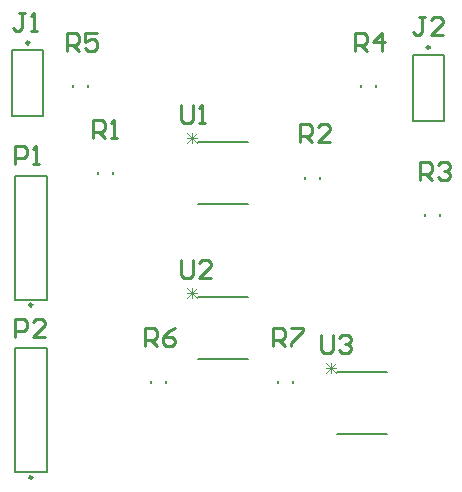
<source format=gbr>
G04*
G04 #@! TF.GenerationSoftware,Altium Limited,Altium Designer,24.2.2 (26)*
G04*
G04 Layer_Color=65535*
%FSLAX25Y25*%
%MOIN*%
G70*
G04*
G04 #@! TF.SameCoordinates,FA71A643-0AA1-49A6-91FF-2340C96BA847*
G04*
G04*
G04 #@! TF.FilePolarity,Positive*
G04*
G01*
G75*
%ADD10C,0.00984*%
%ADD11C,0.00787*%
%ADD12C,0.00600*%
%ADD13C,0.01000*%
%ADD14C,0.00300*%
D10*
X421492Y170138D02*
G03*
X421492Y170138I-492J0D01*
G01*
X420492Y257484D02*
G03*
X420492Y257484I-492J0D01*
G01*
X421492Y112638D02*
G03*
X421492Y112638I-492J0D01*
G01*
X553992Y255984D02*
G03*
X553992Y255984I-492J0D01*
G01*
D11*
X448461Y213714D02*
Y214286D01*
X443539Y213714D02*
Y214286D01*
X503539Y144214D02*
Y144786D01*
X508461Y144214D02*
Y144786D01*
X461039Y144214D02*
Y144786D01*
X465961Y144214D02*
Y144786D01*
X517461Y212214D02*
Y212786D01*
X512539Y212214D02*
Y212786D01*
X426295Y171909D02*
Y213090D01*
X415705Y171909D02*
X426295D01*
X415705D02*
Y213090D01*
X426295D01*
X414803Y254984D02*
X425197D01*
X414803Y233016D02*
Y254984D01*
Y233016D02*
X425197D01*
Y254984D01*
X535961Y242714D02*
Y243286D01*
X531039Y242714D02*
Y243286D01*
X426295Y114409D02*
Y155591D01*
X415705Y114409D02*
X426295D01*
X415705D02*
Y155591D01*
X426295D01*
X435039Y242714D02*
Y243286D01*
X439961Y242714D02*
Y243286D01*
X548303Y253484D02*
X558697D01*
X548303Y231516D02*
Y253484D01*
Y231516D02*
X558697D01*
Y253484D01*
X552539Y199714D02*
Y200286D01*
X557461Y199714D02*
Y200286D01*
D12*
X476650Y152150D02*
X493350D01*
X476650Y172850D02*
X493350D01*
X523150Y147850D02*
X539850D01*
X523150Y127150D02*
X539850D01*
X476650Y224350D02*
X493350D01*
X476650Y203650D02*
X493350D01*
D13*
X441700Y225900D02*
Y231898D01*
X444699D01*
X445699Y230898D01*
Y228899D01*
X444699Y227899D01*
X441700D01*
X443699D02*
X445699Y225900D01*
X447698D02*
X449697D01*
X448698D01*
Y231898D01*
X447698Y230898D01*
X501700Y156400D02*
Y162398D01*
X504699D01*
X505699Y161398D01*
Y159399D01*
X504699Y158399D01*
X501700D01*
X503699D02*
X505699Y156400D01*
X507698Y162398D02*
X511697D01*
Y161398D01*
X507698Y157400D01*
Y156400D01*
X459200D02*
Y162398D01*
X462199D01*
X463199Y161398D01*
Y159399D01*
X462199Y158399D01*
X459200D01*
X461199D02*
X463199Y156400D01*
X469197Y162398D02*
X467197Y161398D01*
X465198Y159399D01*
Y157400D01*
X466198Y156400D01*
X468197D01*
X469197Y157400D01*
Y158399D01*
X468197Y159399D01*
X465198D01*
X517600Y160198D02*
Y155200D01*
X518600Y154200D01*
X520599D01*
X521599Y155200D01*
Y160198D01*
X523598Y159198D02*
X524598Y160198D01*
X526597D01*
X527597Y159198D01*
Y158199D01*
X526597Y157199D01*
X525597D01*
X526597D01*
X527597Y156199D01*
Y155200D01*
X526597Y154200D01*
X524598D01*
X523598Y155200D01*
X415800Y159500D02*
Y165498D01*
X418799D01*
X419799Y164498D01*
Y162499D01*
X418799Y161499D01*
X415800D01*
X425797Y159500D02*
X421798D01*
X425797Y163499D01*
Y164498D01*
X424797Y165498D01*
X422798D01*
X421798Y164498D01*
X418999Y267498D02*
X416999D01*
X417999D01*
Y262500D01*
X416999Y261500D01*
X416000D01*
X415000Y262500D01*
X420998Y261500D02*
X422997D01*
X421998D01*
Y267498D01*
X420998Y266498D01*
X471100Y185198D02*
Y180200D01*
X472100Y179200D01*
X474099D01*
X475099Y180200D01*
Y185198D01*
X481097Y179200D02*
X477098D01*
X481097Y183199D01*
Y184198D01*
X480097Y185198D01*
X478098D01*
X477098Y184198D01*
X471100Y236698D02*
Y231700D01*
X472100Y230700D01*
X474099D01*
X475099Y231700D01*
Y236698D01*
X477098Y230700D02*
X479097D01*
X478098D01*
Y236698D01*
X477098Y235698D01*
X433200Y254900D02*
Y260898D01*
X436199D01*
X437199Y259898D01*
Y257899D01*
X436199Y256899D01*
X433200D01*
X435199D02*
X437199Y254900D01*
X443197Y260898D02*
X439198D01*
Y257899D01*
X441197Y258899D01*
X442197D01*
X443197Y257899D01*
Y255900D01*
X442197Y254900D01*
X440198D01*
X439198Y255900D01*
X529200Y254900D02*
Y260898D01*
X532199D01*
X533199Y259898D01*
Y257899D01*
X532199Y256899D01*
X529200D01*
X531199D02*
X533199Y254900D01*
X538197D02*
Y260898D01*
X535198Y257899D01*
X539197D01*
X550700Y211900D02*
Y217898D01*
X553699D01*
X554699Y216898D01*
Y214899D01*
X553699Y213899D01*
X550700D01*
X552699D02*
X554699Y211900D01*
X556698Y216898D02*
X557698Y217898D01*
X559697D01*
X560697Y216898D01*
Y215899D01*
X559697Y214899D01*
X558697D01*
X559697D01*
X560697Y213899D01*
Y212900D01*
X559697Y211900D01*
X557698D01*
X556698Y212900D01*
X510700Y224400D02*
Y230398D01*
X513699D01*
X514699Y229398D01*
Y227399D01*
X513699Y226399D01*
X510700D01*
X512699D02*
X514699Y224400D01*
X520697D02*
X516698D01*
X520697Y228399D01*
Y229398D01*
X519697Y230398D01*
X517698D01*
X516698Y229398D01*
X415800Y217000D02*
Y222998D01*
X418799D01*
X419799Y221998D01*
Y219999D01*
X418799Y218999D01*
X415800D01*
X421798Y217000D02*
X423797D01*
X422798D01*
Y222998D01*
X421798Y221998D01*
X552499Y265998D02*
X550499D01*
X551499D01*
Y261000D01*
X550499Y260000D01*
X549500D01*
X548500Y261000D01*
X558497Y260000D02*
X554498D01*
X558497Y263999D01*
Y264998D01*
X557497Y265998D01*
X555498D01*
X554498Y264998D01*
D14*
X473050Y175865D02*
X476382Y172533D01*
X473050D02*
X476382Y175865D01*
X473050Y174199D02*
X476382D01*
X474716Y172533D02*
Y175865D01*
X519550Y150865D02*
X522882Y147533D01*
X519550D02*
X522882Y150865D01*
X519550Y149199D02*
X522882D01*
X521216Y147533D02*
Y150865D01*
X473050Y227365D02*
X476382Y224033D01*
X473050D02*
X476382Y227365D01*
X473050Y225699D02*
X476382D01*
X474716Y224033D02*
Y227365D01*
M02*

</source>
